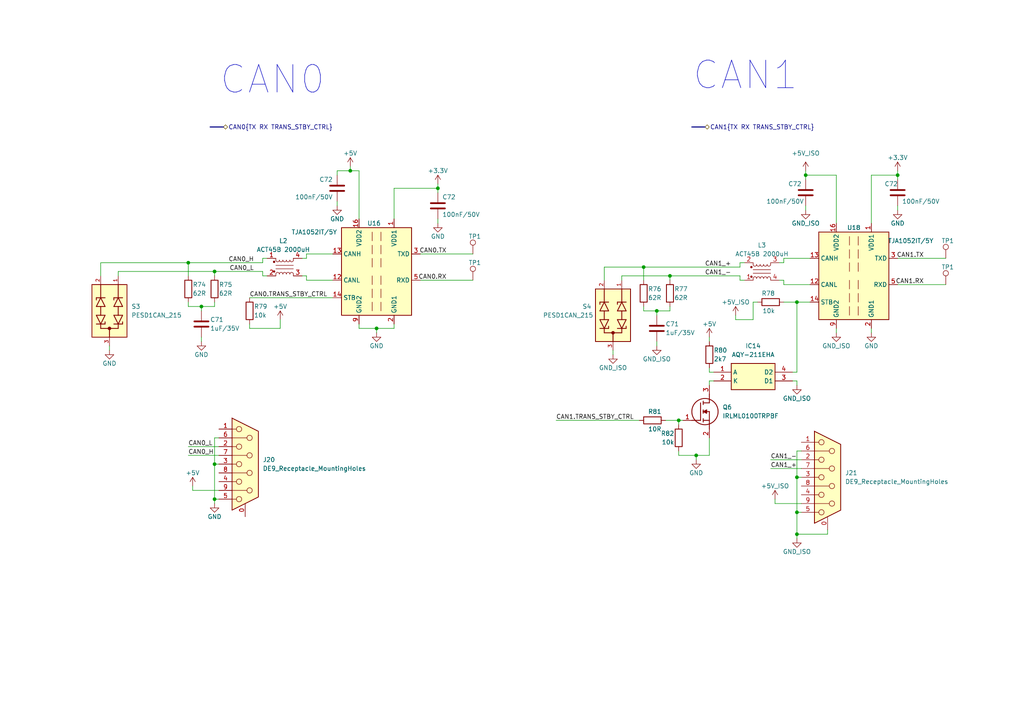
<source format=kicad_sch>
(kicad_sch (version 20230121) (generator eeschema)
  (paper "A4")
  (title_block (title "CAN interface") (date "2023-12-29") (rev "V1.0") (company "Valais Wallis Racing Team") (comment 1 "Bétrisey Mattia"))
  (lib_symbols
    (symbol "+5V_ISO_1" (power) (in_bom no) (on_board no)
      (property "Value" "+5V_ISO_1" (at 0 3.81 0))
      (symbol "+5V_ISO_1_0_1"
        (polyline (pts (xy -0.762 1.27) (xy 0 2.54)))
        (polyline (pts (xy 0 0) (xy 0 2.54)))
        (polyline (pts (xy 0 2.54) (xy 0.762 1.27)))
      )
      (symbol "+5V_ISO_1_1_1"
        (pin power_in line (at 0 0 90) (length 0) hide (name "+5V_ISO") (number "1"))
      )
    )
    (symbol "+5V_ISO_2" (power) (in_bom no) (on_board no)
      (property "Value" "+5V_ISO_2" (at 0 3.81 0))
      (symbol "+5V_ISO_2_0_1"
        (polyline (pts (xy -0.762 1.27) (xy 0 2.54)))
        (polyline (pts (xy 0 0) (xy 0 2.54)))
        (polyline (pts (xy 0 2.54) (xy 0.762 1.27)))
      )
      (symbol "+5V_ISO_2_1_1"
        (pin power_in line (at 0 0 90) (length 0) hide (name "+5V_ISO") (number "1"))
      )
    )
    (symbol "AQY-211EHA:AQY-211EHA"
      (property "Reference" "IC" (at 19.05 7.62 0))
      (property "Value" "AQY-211EHA" (at 19.05 5.08 0))
      (symbol "AQY-211EHA_1_1"
        (rectangle (start 5.08 2.54) (end 17.78 -5.08) (stroke (width 0.254)) (fill (type background)))
        (pin passive line (at 0 0 0) (length 5.08) (name "A") (number "1"))
        (pin passive line (at 0 -2.54 0) (length 5.08) (name "K") (number "2"))
        (pin passive line (at 22.86 -2.54 180) (length 5.08) (name "D1") (number "3"))
        (pin passive line (at 22.86 0 180) (length 5.08) (name "D2") (number "4"))
      )
    )
    (symbol "Connector:DE9_Receptacle_MountingHoles" (pin_names (offset 1.016) hide)
      (property "Reference" "J" (at 0 16.51 0))
      (property "Value" "DE9_Receptacle_MountingHoles" (at 0 14.605 0))
      (symbol "DE9_Receptacle_MountingHoles_0_1"
        (circle (center -1.778 -10.16) (radius 0.762))
        (circle (center -1.778 -5.08) (radius 0.762))
        (circle (center -1.778 0) (radius 0.762))
        (circle (center -1.778 5.08) (radius 0.762))
        (circle (center -1.778 10.16) (radius 0.762))
        (polyline (pts (xy -3.81 -10.16) (xy -2.54 -10.16)))
        (polyline (pts (xy -3.81 -7.62) (xy 0.508 -7.62)))
        (polyline (pts (xy -3.81 -5.08) (xy -2.54 -5.08)))
        (polyline (pts (xy -3.81 -2.54) (xy 0.508 -2.54)))
        (polyline (pts (xy -3.81 0) (xy -2.54 0)))
        (polyline (pts (xy -3.81 2.54) (xy 0.508 2.54)))
        (polyline (pts (xy -3.81 5.08) (xy -2.54 5.08)))
        (polyline (pts (xy -3.81 7.62) (xy 0.508 7.62)))
        (polyline (pts (xy -3.81 10.16) (xy -2.54 10.16)))
        (polyline (pts (xy -3.81 13.335) (xy -3.81 -13.335) (xy 3.81 -9.525) (xy 3.81 9.525) (xy -3.81 13.335)) (stroke (width 0.254)) (fill (type background)))
        (circle (center 1.27 -7.62) (radius 0.762))
        (circle (center 1.27 -2.54) (radius 0.762))
        (circle (center 1.27 2.54) (radius 0.762))
        (circle (center 1.27 7.62) (radius 0.762))
      )
      (symbol "DE9_Receptacle_MountingHoles_1_1"
        (pin passive line (at 0 -15.24 90) (length 3.81) (name "PAD") (number "0"))
        (pin passive line (at -7.62 10.16 0) (length 3.81) (name "1") (number "1"))
        (pin passive line (at -7.62 5.08 0) (length 3.81) (name "2") (number "2"))
        (pin passive line (at -7.62 0 0) (length 3.81) (name "3") (number "3"))
        (pin passive line (at -7.62 -5.08 0) (length 3.81) (name "4") (number "4"))
        (pin passive line (at -7.62 -10.16 0) (length 3.81) (name "5") (number "5"))
        (pin passive line (at -7.62 7.62 0) (length 3.81) (name "6") (number "6"))
        (pin passive line (at -7.62 2.54 0) (length 3.81) (name "7") (number "7"))
        (pin passive line (at -7.62 -2.54 0) (length 3.81) (name "8") (number "8"))
        (pin passive line (at -7.62 -7.62 0) (length 3.81) (name "9") (number "9"))
      )
    )
    (symbol "Connector:TestPoint" (pin_numbers hide) (pin_names (offset 0.762) hide)
      (property "Reference" "TP" (at 0 6.858 0))
      (property "Value" "TestPoint" (at 0 5.08 0))
      (symbol "TestPoint_0_1"
        (circle (center 0 3.302) (radius 0.762))
      )
      (symbol "TestPoint_1_1"
        (pin passive line (at 0 0 90) (length 2.54) (name "1") (number "1"))
      )
    )
    (symbol "Device:C" (pin_numbers hide) (pin_names (offset 0.254))
      (property "Reference" "C" (at 0.635 2.54 0))
      (property "Value" "C" (at 0.635 -2.54 0))
      (symbol "C_0_1"
        (polyline (pts (xy -2.032 -0.762) (xy 2.032 -0.762)) (stroke (width 0.508)))
        (polyline (pts (xy -2.032 0.762) (xy 2.032 0.762)) (stroke (width 0.508)))
      )
      (symbol "C_1_1"
        (pin passive line (at 0 3.81 270) (length 2.794) (name "~") (number "1"))
        (pin passive line (at 0 -3.81 90) (length 2.794) (name "~") (number "2"))
      )
    )
    (symbol "Device:L_Iron_Coupled_1423" (pin_names (offset 0.254) hide)
      (property "Reference" "L" (at 0 4.445 0))
      (property "Value" "L_Iron_Coupled_1423" (at 0 -4.445 0))
      (symbol "L_Iron_Coupled_1423_0_1"
        (circle (center -3.048 -1.27) (radius 0.254) (fill (type outline)))
        (circle (center -3.048 1.524) (radius 0.254) (fill (type outline)))
        (arc (start -2.54 2.032) (mid -2.032 1.5262) (end -1.524 2.032))
        (arc (start -1.524 -2.032) (mid -2.032 -1.5262) (end -2.54 -2.032))
        (arc (start -1.524 2.032) (mid -1.016 1.5262) (end -0.508 2.032))
        (arc (start -0.508 -2.032) (mid -1.016 -1.5262) (end -1.524 -2.032))
        (arc (start -0.508 2.032) (mid 0 1.5262) (end 0.508 2.032))
        (polyline (pts (xy -2.54 -2.032) (xy -2.54 -2.54)))
        (polyline (pts (xy -2.54 0.508) (xy 2.54 0.508)))
        (polyline (pts (xy -2.54 2.032) (xy -2.54 2.54)))
        (polyline (pts (xy 2.54 -2.032) (xy 2.54 -2.54)))
        (polyline (pts (xy 2.54 -0.508) (xy -2.54 -0.508)))
        (polyline (pts (xy 2.54 2.54) (xy 2.54 2.032)))
        (arc (start 0.508 -2.032) (mid 0 -1.5262) (end -0.508 -2.032))
        (arc (start 0.508 2.032) (mid 1.016 1.5262) (end 1.524 2.032))
        (arc (start 1.524 -2.032) (mid 1.016 -1.5262) (end 0.508 -2.032))
        (arc (start 1.524 2.032) (mid 2.032 1.5262) (end 2.54 2.032))
        (arc (start 2.54 -2.032) (mid 2.032 -1.5262) (end 1.524 -2.032))
      )
      (symbol "L_Iron_Coupled_1423_1_1"
        (pin passive line (at -5.08 2.54 0) (length 2.54) (name "1") (number "1"))
        (pin passive line (at -5.08 -2.54 0) (length 2.54) (name "2") (number "2"))
        (pin passive line (at 5.08 -2.54 180) (length 2.54) (name "3") (number "3"))
        (pin passive line (at 5.08 2.54 180) (length 2.54) (name "4") (number "4"))
      )
    )
    (symbol "Device:R" (pin_numbers hide) (pin_names (offset 0))
      (property "Reference" "R" (at 2.032 0 90))
      (property "Value" "R" (at 0 0 90))
      (symbol "R_0_1"
        (rectangle (start -1.016 -2.54) (end 1.016 2.54) (stroke (width 0.254)))
      )
      (symbol "R_1_1"
        (pin passive line (at 0 3.81 270) (length 1.27) (name "~") (number "1"))
        (pin passive line (at 0 -3.81 90) (length 1.27) (name "~") (number "2"))
      )
    )
    (symbol "GND_ISO_1" (power) (in_bom no) (on_board no)
      (property "Value" "GND_ISO_1" (at 0 -3.81 0))
      (symbol "GND_ISO_1_0_1"
        (polyline (pts (xy 0 0) (xy 0 -1.27) (xy 1.27 -1.27) (xy 0 -2.54) (xy -1.27 -1.27) (xy 0 -1.27)))
      )
      (symbol "GND_ISO_1_1_1"
        (pin power_in line (at 0 0 270) (length 0) hide (name "GND_ISO") (number "1"))
      )
    )
    (symbol "IRLML0100TRPBF:IRLML0100TRPBF" (pin_names hide)
      (property "Reference" "Q" (at 11.43 3.81 0))
      (property "Value" "IRLML0100TRPBF" (at 11.43 1.27 0))
      (symbol "IRLML0100TRPBF_1_1"
        (polyline (pts (xy 2.54 0) (xy 5.08 0)) (stroke (width 0.254)))
        (polyline (pts (xy 5.08 5.08) (xy 5.08 0)) (stroke (width 0.254)))
        (polyline (pts (xy 5.842 -0.508) (xy 5.842 0.508)) (stroke (width 0.254)))
        (polyline (pts (xy 5.842 0) (xy 7.62 0)) (stroke (width 0.254)))
        (polyline (pts (xy 5.842 2.032) (xy 5.842 3.048)) (stroke (width 0.254)))
        (polyline (pts (xy 5.842 5.588) (xy 5.842 4.572)) (stroke (width 0.254)))
        (polyline (pts (xy 7.62 2.54) (xy 5.842 2.54)) (stroke (width 0.254)))
        (polyline (pts (xy 7.62 2.54) (xy 7.62 -2.54)) (stroke (width 0.254)))
        (polyline (pts (xy 7.62 5.08) (xy 5.842 5.08)) (stroke (width 0.254)))
        (polyline (pts (xy 7.62 5.08) (xy 7.62 7.62)) (stroke (width 0.254)))
        (polyline (pts (xy 5.842 2.54) (xy 6.858 3.048) (xy 6.858 2.032) (xy 5.842 2.54)) (stroke (width 0.254)) (fill (type outline)))
        (circle (center 6.35 2.54) (radius 3.81) (stroke (width 0.254)))
        (pin passive line (at 0 0 0) (length 2.54) (name "G") (number "1"))
        (pin passive line (at 7.62 -5.08 90) (length 2.54) (name "S") (number "2"))
        (pin passive line (at 7.62 10.16 270) (length 2.54) (name "D") (number "3"))
      )
    )
    (symbol "Interface_CAN_LIN:TJA1052i-5"
      (property "Reference" "U" (at -10.16 13.97 0))
      (property "Value" "TJA1052i-5" (at 17.78 13.97 0))
      (symbol "TJA1052i-5_0_1"
        (rectangle (start -10.16 12.7) (end 10.16 -12.7) (stroke (width 0.254)) (fill (type background)))
        (polyline (pts (xy -1.27 -11.43) (xy -1.27 -8.89)))
        (polyline (pts (xy -1.27 3.81) (xy -1.27 1.27)))
        (polyline (pts (xy -1.27 7.62) (xy -1.27 5.08)))
        (polyline (pts (xy -1.27 11.43) (xy -1.27 8.89)))
        (polyline (pts (xy 1.27 -11.43) (xy 1.27 -8.89)))
        (polyline (pts (xy 1.27 -7.62) (xy 1.27 -5.08)))
        (polyline (pts (xy 1.27 -3.81) (xy 1.27 -1.27)))
        (polyline (pts (xy 1.27 1.27) (xy 1.27 3.81)))
        (polyline (pts (xy 1.27 5.08) (xy 1.27 7.62)))
        (polyline (pts (xy 1.27 8.89) (xy 1.27 11.43)))
        (polyline (pts (xy -1.27 -7.62) (xy -1.27 -6.35) (xy -1.27 -5.08)))
        (polyline (pts (xy -1.27 -3.81) (xy -1.27 -2.54) (xy -1.27 -1.27)))
      )
      (symbol "TJA1052i-5_1_1"
        (pin power_in line (at -5.08 15.24 270) (length 2.54) (name "VDD1") (number "1"))
        (pin passive line (at 5.08 -15.24 90) (length 2.54) hide (name "GND2") (number "10"))
        (pin passive line (at 5.08 15.24 270) (length 2.54) hide (name "VDD2") (number "11"))
        (pin bidirectional line (at 12.7 -2.54 180) (length 2.54) (name "CANL") (number "12"))
        (pin bidirectional line (at 12.7 5.08 180) (length 2.54) (name "CANH") (number "13"))
        (pin input line (at 12.7 -7.62 180) (length 2.54) (name "STB") (number "14"))
        (pin passive line (at 5.08 -15.24 90) (length 2.54) hide (name "GND2") (number "15"))
        (pin power_in line (at 5.08 15.24 270) (length 2.54) (name "VDD2") (number "16"))
        (pin power_in line (at -5.08 -15.24 90) (length 2.54) (name "GND1") (number "2"))
        (pin input line (at -12.7 5.08 0) (length 2.54) (name "TXD") (number "3"))
        (pin no_connect line (at -10.16 -7.62 0) (length 2.54) hide (name "NC") (number "4"))
        (pin output line (at -12.7 -2.54 0) (length 2.54) (name "RXD") (number "5"))
        (pin no_connect line (at -10.16 -10.16 0) (length 2.54) hide (name "NC") (number "6"))
        (pin passive line (at -5.08 -15.24 90) (length 2.54) hide (name "GND1") (number "7"))
        (pin passive line (at -5.08 -15.24 90) (length 2.54) hide (name "GND1") (number "8"))
        (pin power_in line (at 5.08 -15.24 90) (length 2.54) (name "GND2") (number "9"))
      )
    )
    (symbol "PESD1CAN_215:PESD1CAN_215" (pin_names (offset 1.016))
      (property "Reference" "S" (at -7.62 6.35 0))
      (property "Value" "PESD1CAN_215" (at -7.62 -10.16 0))
      (symbol "PESD1CAN_215_0_0"
        (rectangle (start -7.62 -5.08) (end 7.62 5.08) (stroke (width 0.254)) (fill (type background)))
        (polyline (pts (xy -7.62 -2.54) (xy -3.81 -2.54)) (stroke (width 0.254)))
        (polyline (pts (xy -7.62 2.54) (xy -3.81 2.54)) (stroke (width 0.254)))
        (polyline (pts (xy -3.81 -3.81) (xy -3.81 -2.54)) (stroke (width 0.254)))
        (polyline (pts (xy -3.81 -2.54) (xy -3.81 -1.27)) (stroke (width 0.254)))
        (polyline (pts (xy -3.81 -2.54) (xy -1.27 -3.81)) (stroke (width 0.254)))
        (polyline (pts (xy -3.81 1.27) (xy -3.81 2.54)) (stroke (width 0.254)))
        (polyline (pts (xy -3.81 2.54) (xy -3.81 3.81)) (stroke (width 0.254)))
        (polyline (pts (xy -3.81 2.54) (xy -1.27 1.27)) (stroke (width 0.254)))
        (polyline (pts (xy -3.175 -3.81) (xy -3.81 -3.81)) (stroke (width 0.254)))
        (polyline (pts (xy -3.175 1.27) (xy -3.81 1.27)) (stroke (width 0.254)))
        (polyline (pts (xy -1.27 -3.81) (xy -1.27 -2.54)) (stroke (width 0.254)))
        (polyline (pts (xy -1.27 -2.54) (xy -1.27 -1.27)) (stroke (width 0.254)))
        (polyline (pts (xy -1.27 -2.54) (xy 1.27 -2.54)) (stroke (width 0.254)))
        (polyline (pts (xy -1.27 -1.27) (xy -3.81 -2.54)) (stroke (width 0.254)))
        (polyline (pts (xy -1.27 1.27) (xy -1.27 2.54)) (stroke (width 0.254)))
        (polyline (pts (xy -1.27 2.54) (xy -1.27 3.81)) (stroke (width 0.254)))
        (polyline (pts (xy -1.27 2.54) (xy 1.27 2.54)) (stroke (width 0.254)))
        (polyline (pts (xy -1.27 3.81) (xy -3.81 2.54)) (stroke (width 0.254)))
        (polyline (pts (xy 1.27 -3.81) (xy 3.81 -2.54)) (stroke (width 0.254)))
        (polyline (pts (xy 1.27 -2.54) (xy 1.27 -3.81)) (stroke (width 0.254)))
        (polyline (pts (xy 1.27 -1.27) (xy 1.27 -2.54)) (stroke (width 0.254)))
        (polyline (pts (xy 1.27 1.27) (xy 3.81 2.54)) (stroke (width 0.254)))
        (polyline (pts (xy 1.27 2.54) (xy 1.27 1.27)) (stroke (width 0.254)))
        (polyline (pts (xy 1.27 3.81) (xy 1.27 2.54)) (stroke (width 0.254)))
        (polyline (pts (xy 3.175 -1.27) (xy 3.81 -1.27)) (stroke (width 0.254)))
        (polyline (pts (xy 3.175 3.81) (xy 3.81 3.81)) (stroke (width 0.254)))
        (polyline (pts (xy 3.81 -2.54) (xy 1.27 -1.27)) (stroke (width 0.254)))
        (polyline (pts (xy 3.81 -2.54) (xy 3.81 -3.81)) (stroke (width 0.254)))
        (polyline (pts (xy 3.81 -1.27) (xy 3.81 -2.54)) (stroke (width 0.254)))
        (polyline (pts (xy 3.81 2.54) (xy 1.27 3.81)) (stroke (width 0.254)))
        (polyline (pts (xy 3.81 2.54) (xy 3.81 1.27)) (stroke (width 0.254)))
        (polyline (pts (xy 3.81 3.81) (xy 3.81 2.54)) (stroke (width 0.254)))
        (polyline (pts (xy 5.08 -2.54) (xy 3.81 -2.54)) (stroke (width 0.254)))
        (polyline (pts (xy 5.08 0) (xy 5.08 -2.54)) (stroke (width 0.254)))
        (polyline (pts (xy 5.08 0) (xy 7.62 0)) (stroke (width 0.254)))
        (polyline (pts (xy 5.08 2.54) (xy 3.81 2.54)) (stroke (width 0.254)))
        (polyline (pts (xy 5.08 2.54) (xy 5.08 0)) (stroke (width 0.254)))
        (circle (center 5.08 0) (radius 0.254) (stroke (width 0.508)))
        (pin passive line (at -10.16 2.54 0) (length 2.54) (name "~") (number "1"))
        (pin passive line (at -10.16 -2.54 0) (length 2.54) (name "~") (number "2"))
        (pin passive line (at 10.16 0 180) (length 2.54) (name "~") (number "3"))
      )
    )
    (symbol "bmsPower_Symbols:+3V3_0" (power) (in_bom no) (on_board no)
      (property "Value" "+3V3_0" (at 0 3.302 0))
      (symbol "+3V3_0_0_1"
        (polyline (pts (xy -0.762 1.27) (xy 0 2.54)))
        (polyline (pts (xy 0 0) (xy 0 2.54)))
        (polyline (pts (xy 0 2.54) (xy 0.762 1.27)))
      )
      (symbol "+3V3_0_1_1"
        (pin power_in line (at 0 0 90) (length 0) hide (name "+3.3V") (number "1"))
      )
    )
    (symbol "bmsPower_Symbols:GND_0" (power) (in_bom no) (on_board no)
      (property "Value" "GND_0" (at 0 -4.064 0))
      (symbol "GND_0_0_1"
        (polyline (pts (xy 0 0) (xy 0 -1.27) (xy 1.27 -1.27) (xy 0 -2.54) (xy -1.27 -1.27) (xy 0 -1.27)))
      )
      (symbol "GND_0_1_1"
        (pin power_in line (at 0 0 270) (length 0) hide (name "GND") (number "1"))
      )
    )
    (symbol "power:+5V" (power) (pin_names (offset 0))
      (property "Value" "+5V" (at 0 3.556 0))
      (symbol "+5V_0_1"
        (polyline (pts (xy -0.762 1.27) (xy 0 2.54)))
        (polyline (pts (xy 0 0) (xy 0 2.54)))
        (polyline (pts (xy 0 2.54) (xy 0.762 1.27)))
      )
      (symbol "+5V_1_1"
        (pin power_in line (at 0 0 90) (length 0) hide (name "+5V") (number "1"))
      )
    )
  )
  (junction (at 62.23 134.62))
  (junction (at 54.61 76.2))
  (junction (at 109.22 95.25))
  (junction (at 101.6 49.53))
  (junction (at 233.68 50.8))
  (junction (at 58.42 88.9))
  (junction (at 260.35 50.8))
  (junction (at 62.23 78.74))
  (junction (at 186.69 77.47))
  (junction (at 194.31 80.01))
  (junction (at 231.14 154.94))
  (junction (at 231.14 87.63))
  (junction (at 62.23 144.78))
  (junction (at 190.5 90.17))
  (junction (at 127 54.61))
  (junction (at 196.85 121.92))
  (junction (at 201.93 132.08))
  (junction (at 231.14 148.59))
  (junction (at 231.14 138.43))
  (wire (pts (xy 109.22 95.25) (xy 114.3 95.25)))
  (wire (pts (xy 76.2 80.01) (xy 77.47 80.01)))
  (wire (pts (xy 224.79 144.78) (xy 224.79 146.05)))
  (wire (pts (xy 231.14 87.63) (xy 234.95 87.63)))
  (wire (pts (xy 180.34 80.01) (xy 180.34 81.28)))
  (wire (pts (xy 62.23 134.62) (xy 62.23 144.78)))
  (wire (pts (xy 233.68 50.8) (xy 242.57 50.8)))
  (wire (pts (xy 231.14 87.63) (xy 231.14 107.95)))
  (wire (pts (xy 54.61 129.54) (xy 63.5 129.54)))
  (wire (pts (xy 218.44 87.63) (xy 218.44 92.71)))
  (wire (pts (xy 76.2 78.74) (xy 76.2 80.01)))
  (wire (pts (xy 214.63 81.28) (xy 215.9 81.28)))
  (wire (pts (xy 205.74 107.95) (xy 207.01 107.95)))
  (wire (pts (xy 101.6 48.26) (xy 101.6 49.53)))
  (wire (pts (xy 231.14 138.43) (xy 232.41 138.43)))
  (wire (pts (xy 218.44 87.63) (xy 219.71 87.63)))
  (wire (pts (xy 34.29 78.74) (xy 62.23 78.74)))
  (wire (pts (xy 274.32 74.93) (xy 260.35 74.93)))
  (wire (pts (xy 196.85 121.92) (xy 193.04 121.92)))
  (wire (pts (xy 231.14 110.49) (xy 231.14 111.76)))
  (wire (pts (xy 76.2 76.2) (xy 76.2 74.93)))
  (wire (pts (xy 54.61 76.2) (xy 54.61 80.01)))
  (wire (pts (xy 88.9 73.66) (xy 96.52 73.66)))
  (wire (pts (xy 231.14 138.43) (xy 231.14 148.59)))
  (wire (pts (xy 55.88 140.97) (xy 55.88 142.24)))
  (wire (pts (xy 205.74 106.68) (xy 205.74 107.95)))
  (wire (pts (xy 109.22 95.25) (xy 104.14 95.25)))
  (wire (pts (xy 29.21 76.2) (xy 54.61 76.2)))
  (wire (pts (xy 62.23 134.62) (xy 63.5 134.62)))
  (wire (pts (xy 62.23 78.74) (xy 62.23 80.01)))
  (wire (pts (xy 231.14 154.94) (xy 231.14 156.21)))
  (wire (pts (xy 224.79 146.05) (xy 232.41 146.05)))
  (wire (pts (xy 175.26 77.47) (xy 186.69 77.47)))
  (wire (pts (xy 214.63 81.28) (xy 214.63 80.01)))
  (wire (pts (xy 205.74 110.49) (xy 205.74 111.76)))
  (wire (pts (xy 55.88 142.24) (xy 63.5 142.24)))
  (wire (pts (xy 97.79 49.53) (xy 101.6 49.53)))
  (wire (pts (xy 88.9 81.28) (xy 96.52 81.28)))
  (wire (pts (xy 54.61 87.63) (xy 54.61 88.9)))
  (wire (pts (xy 88.9 80.01) (xy 88.9 81.28)))
  (wire (pts (xy 231.14 148.59) (xy 232.41 148.59)))
  (wire (pts (xy 213.36 91.44) (xy 213.36 92.71)))
  (wire (pts (xy 201.93 133.35) (xy 201.93 132.08)))
  (wire (pts (xy 260.35 82.55) (xy 274.32 82.55)))
  (wire (pts (xy 231.14 130.81) (xy 231.14 138.43)))
  (wire (pts (xy 229.87 110.49) (xy 231.14 110.49)))
  (bus (pts (xy 60.96 36.83) (xy 64.77 36.83)))
  (wire (pts (xy 97.79 49.53) (xy 97.79 50.8)))
  (wire (pts (xy 121.92 81.28) (xy 137.16 81.28)))
  (wire (pts (xy 34.29 78.74) (xy 34.29 80.01)))
  (wire (pts (xy 190.5 90.17) (xy 194.31 90.17)))
  (bus (pts (xy 200.66 36.83) (xy 204.47 36.83)))
  (wire (pts (xy 114.3 54.61) (xy 127 54.61)))
  (wire (pts (xy 190.5 90.17) (xy 190.5 91.44)))
  (wire (pts (xy 72.39 86.36) (xy 96.52 86.36)))
  (wire (pts (xy 205.74 110.49) (xy 207.01 110.49)))
  (wire (pts (xy 233.68 50.8) (xy 233.68 52.07)))
  (wire (pts (xy 214.63 76.2) (xy 215.9 76.2)))
  (wire (pts (xy 62.23 127) (xy 63.5 127)))
  (wire (pts (xy 231.14 148.59) (xy 231.14 154.94)))
  (wire (pts (xy 205.74 127) (xy 205.74 132.08)))
  (wire (pts (xy 198.12 121.92) (xy 196.85 121.92)))
  (wire (pts (xy 29.21 76.2) (xy 29.21 80.01)))
  (wire (pts (xy 62.23 87.63) (xy 62.23 88.9)))
  (wire (pts (xy 227.33 74.93) (xy 234.95 74.93)))
  (wire (pts (xy 101.6 49.53) (xy 104.14 49.53)))
  (wire (pts (xy 252.73 50.8) (xy 252.73 64.77)))
  (wire (pts (xy 233.68 49.53) (xy 233.68 50.8)))
  (wire (pts (xy 72.39 95.25) (xy 81.28 95.25)))
  (wire (pts (xy 58.42 88.9) (xy 62.23 88.9)))
  (wire (pts (xy 252.73 96.52) (xy 252.73 95.25)))
  (wire (pts (xy 242.57 96.52) (xy 242.57 95.25)))
  (wire (pts (xy 161.29 121.92) (xy 185.42 121.92)))
  (wire (pts (xy 227.33 81.28) (xy 227.33 82.55)))
  (wire (pts (xy 260.35 49.53) (xy 260.35 50.8)))
  (wire (pts (xy 227.33 76.2) (xy 227.33 74.93)))
  (wire (pts (xy 104.14 95.25) (xy 104.14 93.98)))
  (wire (pts (xy 223.52 135.89) (xy 232.41 135.89)))
  (wire (pts (xy 194.31 88.9) (xy 194.31 90.17)))
  (wire (pts (xy 109.22 95.25) (xy 109.22 96.52)))
  (wire (pts (xy 240.03 153.67) (xy 240.03 154.94)))
  (wire (pts (xy 226.06 76.2) (xy 227.33 76.2)))
  (wire (pts (xy 81.28 92.71) (xy 81.28 95.25)))
  (wire (pts (xy 31.75 101.6) (xy 31.75 100.33)))
  (wire (pts (xy 54.61 76.2) (xy 76.2 76.2)))
  (wire (pts (xy 114.3 93.98) (xy 114.3 95.25)))
  (wire (pts (xy 205.74 97.79) (xy 205.74 99.06)))
  (wire (pts (xy 226.06 81.28) (xy 227.33 81.28)))
  (wire (pts (xy 252.73 50.8) (xy 260.35 50.8)))
  (wire (pts (xy 88.9 73.66) (xy 88.9 74.93)))
  (wire (pts (xy 231.14 154.94) (xy 240.03 154.94)))
  (wire (pts (xy 227.33 82.55) (xy 234.95 82.55)))
  (wire (pts (xy 76.2 74.93) (xy 77.47 74.93)))
  (wire (pts (xy 196.85 121.92) (xy 196.85 123.19)))
  (wire (pts (xy 87.63 74.93) (xy 88.9 74.93)))
  (wire (pts (xy 127 53.34) (xy 127 54.61)))
  (wire (pts (xy 175.26 77.47) (xy 175.26 81.28)))
  (wire (pts (xy 260.35 59.69) (xy 260.35 60.96)))
  (wire (pts (xy 242.57 50.8) (xy 242.57 64.77)))
  (wire (pts (xy 54.61 132.08) (xy 63.5 132.08)))
  (wire (pts (xy 104.14 49.53) (xy 104.14 63.5)))
  (wire (pts (xy 227.33 87.63) (xy 231.14 87.63)))
  (wire (pts (xy 186.69 88.9) (xy 186.69 90.17)))
  (wire (pts (xy 229.87 107.95) (xy 231.14 107.95)))
  (wire (pts (xy 62.23 144.78) (xy 62.23 146.05)))
  (wire (pts (xy 186.69 90.17) (xy 190.5 90.17)))
  (wire (pts (xy 186.69 77.47) (xy 186.69 81.28)))
  (wire (pts (xy 127 54.61) (xy 127 55.88)))
  (wire (pts (xy 62.23 78.74) (xy 76.2 78.74)))
  (wire (pts (xy 190.5 100.33) (xy 190.5 99.06)))
  (wire (pts (xy 180.34 80.01) (xy 194.31 80.01)))
  (wire (pts (xy 231.14 130.81) (xy 232.41 130.81)))
  (wire (pts (xy 58.42 99.06) (xy 58.42 97.79)))
  (wire (pts (xy 58.42 88.9) (xy 58.42 90.17)))
  (wire (pts (xy 121.92 73.66) (xy 137.16 73.66)))
  (wire (pts (xy 223.52 133.35) (xy 232.41 133.35)))
  (wire (pts (xy 196.85 130.81) (xy 196.85 132.08)))
  (wire (pts (xy 186.69 77.47) (xy 214.63 77.47)))
  (wire (pts (xy 114.3 54.61) (xy 114.3 63.5)))
  (wire (pts (xy 205.74 132.08) (xy 201.93 132.08)))
  (wire (pts (xy 213.36 92.71) (xy 218.44 92.71)))
  (wire (pts (xy 62.23 144.78) (xy 63.5 144.78)))
  (wire (pts (xy 87.63 80.01) (xy 88.9 80.01)))
  (wire (pts (xy 54.61 88.9) (xy 58.42 88.9)))
  (wire (pts (xy 72.39 93.98) (xy 72.39 95.25)))
  (wire (pts (xy 214.63 76.2) (xy 214.63 77.47)))
  (wire (pts (xy 177.8 102.87) (xy 177.8 101.6)))
  (wire (pts (xy 233.68 60.96) (xy 233.68 59.69)))
  (wire (pts (xy 97.79 59.69) (xy 97.79 58.42)))
  (wire (pts (xy 194.31 80.01) (xy 214.63 80.01)))
  (wire (pts (xy 194.31 80.01) (xy 194.31 81.28)))
  (wire (pts (xy 201.93 132.08) (xy 196.85 132.08)))
  (wire (pts (xy 127 63.5) (xy 127 64.77)))
  (wire (pts (xy 260.35 50.8) (xy 260.35 52.07)))
  (wire (pts (xy 62.23 127) (xy 62.23 134.62)))
  (text "CAN1" (at 200.66 26.67 0) (effects (font (size 8 8)) (justify left bottom)))
  (text "CAN0" (at 63.5 27.94 0) (effects (font (size 8 8)) (justify left bottom)))
  (label "CAN0_H" (at 54.61 132.08 0))
  (label "CAN0.TRANS_STBY_CTRL" (at 72.39 86.36 0))
  (label "CAN0_L" (at 54.61 129.54 0))
  (label "CAN1_+" (at 212.09 77.47 180))
  (label "CAN1_-" (at 212.09 80.01 180))
  (label "CAN1_+" (at 223.52 135.89 0))
  (label "CAN1_-" (at 223.52 133.35 0))
  (label "CAN1.RX" (at 267.97 82.55 180))
  (label "CAN0_L" (at 73.66 78.74 180))
  (label "CAN0_H" (at 73.66 76.2 180))
  (label "CAN0.TX" (at 129.54 73.66 180))
  (label "CAN1.TRANS_STBY_CTRL" (at 161.29 121.92 0))
  (label "CAN1.TX" (at 267.97 74.93 180))
  (label "CAN0.RX" (at 129.54 81.28 180))
  (hierarchical_label "CAN1{TX RX TRANS_STBY_CTRL}" (shape bidirectional) (at 204.47 36.83 0))
  (hierarchical_label "CAN0{TX RX TRANS_STBY_CTRL}" (shape bidirectional) (at 64.77 36.83 0))
  (symbol (lib_id "bmsPower_Symbols:GND_0") (at 109.22 96.52 0) (mirror y) (unit 1) (in_bom no) (on_board no)
    (property "Reference" "#PWR0162" (effects hide))
    (property "Value" "GND_0" (at 109.22 100.33 0))
  )
  (symbol (lib_id "Device:R") (at 54.61 83.82 0) (unit 1)
    (property "Reference" "R74" (at 55.88 82.55 0) (effects (justify left)))
    (property "Value" "62R" (at 55.88 85.09 0) (effects (justify left)))
    (property "Footprint" "Resistor_SMD:R_0603_1608Metric" (effects hide))
  )
  (symbol (lib_name "GND_ISO_1") (lib_id "bmsPower_Symbols:GND_ISO") (at 177.8 102.87 0) (unit 1) (in_bom no) (on_board no)
    (property "Reference" "#PWR0188" (effects hide))
    (property "Value" "GND_ISO" (at 177.8 106.68 0))
    (instances (project "BMS-Master" (path "" (reference "#PWR0188") (unit 1)) (path "" (reference "#PWR0169") (unit 1))))
  )
  (symbol (lib_name "+5V_ISO_1") (lib_id "bmsPower_Symbols:+5V_ISO") (at 233.68 49.53 0) (unit 1) (in_bom no) (on_board no)
    (property "Reference" "#PWR0153" (effects hide))
    (property "Value" "+5V_ISO" (at 233.68 44.45 0))
  )
  (symbol (lib_name "GND_ISO_1") (lib_id "bmsPower_Symbols:GND_ISO") (at 233.68 60.96 0) (unit 1) (in_bom no) (on_board no)
    (property "Reference" "#PWR0188" (effects hide))
    (property "Value" "GND_ISO" (at 233.68 64.77 0))
    (instances (project "BMS-Master" (path "" (reference "#PWR0188") (unit 1)) (path "" (reference "#PWR0157") (unit 1))))
  )
  (symbol (lib_id "Device:R") (at 194.31 85.09 0) (unit 1)
    (property "Reference" "R77" (at 195.58 83.82 0) (effects (justify left)))
    (property "Value" "62R" (at 195.58 86.36 0) (effects (justify left)))
    (property "Footprint" "Resistor_SMD:R_0603_1608Metric" (effects hide))
  )
  (symbol (lib_id "Device:R") (at 205.74 102.87 0) (unit 1)
    (property "Reference" "R80" (at 207.01 101.6 0) (effects (justify left)))
    (property "Value" "2k7" (at 207.01 104.14 0) (effects (justify left)))
    (property "Footprint" "Resistor_SMD:R_0603_1608Metric" (effects hide))
  )
  (symbol (lib_id "Interface_CAN_LIN:TJA1052i-5") (at 247.65 80.01 0) (mirror y) (unit 1)
    (property "Reference" "U18" (at 247.65 66.04 0))
    (property "Value" "TJA1052IT/5Y" (at 264.16 69.85 0))
    (property "Footprint" "Package_SO:SOIC-16W_7.5x10.3mm_P1.27mm" (effects hide))
    (property "Datasheet" "https://www.nxp.com/docs/en/data-sheet/TJA1052I.pdf" (effects hide))
  )
  (symbol (lib_id "bmsPower_Symbols:GND_0") (at 127 64.77 0) (mirror y) (unit 1) (in_bom no) (on_board no)
    (property "Reference" "#PWR0159" (effects hide))
    (property "Value" "GND_0" (at 127 68.58 0))
  )
  (symbol (lib_id "PESD1CAN_215:PESD1CAN_215") (at 31.75 90.17 270) (unit 1)
    (property "Reference" "S3" (at 38.1 88.9 90) (effects (justify left)))
    (property "Value" "PESD1CAN_215" (at 38.1 91.44 90) (effects (justify left)))
    (property "Footprint" "PESD1CAN:DIO_PESD1CAN_215" (effects hide))
    (property "MF" "NXP Semiconductors" (effects hide))
    (property "DESCRIPTION" "ESD Suppressor Diode TVS Bi-Dir 24V Automotive 3-Pin SOT-23 T/R" (effects hide))
    (property "PACKAGE" "TO-236-3 Nexperia USA Inc." (effects hide))
    (property "PRICE" "None" (effects hide))
    (property "Package" "None" (effects hide))
    (property "Check_prices" "https://www.snapeda.com/parts/PESD1CAN,215/NXP+Semiconductors/view-part/?ref=eda" (effects hide))
    (property "Price" "None" (effects hide))
    (property "SnapEDA_Link" "https://www.snapeda.com/parts/PESD1CAN,215/NXP+Semiconductors/view-part/?ref=snap" (effects hide))
    (property "MP" "PESD1CAN,215" (effects hide))
    (property "Description" "\nNXP ESD protection diode, 24 V 200 W SOT-23-3\n" (effects hide))
    (property "Availability" "Not in stock" (effects hide))
    (property "AVAILABILITY" "In Stock" (effects hide))
    (property "PURCHASE-URL" "https://pricing.snapeda.com/search/part/PESD1CAN,215/?ref=eda" (effects hide))
  )
  (symbol (lib_id "bmsPower_Symbols:GND_0") (at 58.42 99.06 0) (mirror y) (unit 1) (in_bom no) (on_board no)
    (property "Reference" "#PWR0166" (effects hide))
    (property "Value" "GND_0" (at 58.42 102.87 0))
  )
  (symbol (lib_name "GND_ISO_1") (lib_id "bmsPower_Symbols:GND_ISO") (at 231.14 156.21 0) (unit 1) (in_bom no) (on_board no)
    (property "Reference" "#PWR0188" (effects hide))
    (property "Value" "GND_ISO" (at 231.14 160.02 0))
    (instances (project "BMS-Master" (path "" (reference "#PWR0188") (unit 1)) (path "" (reference "#PWR0175") (unit 1))))
  )
  (symbol (lib_id "Interface_CAN_LIN:TJA1052i-5") (at 109.22 78.74 0) (mirror y) (unit 1)
    (property "Reference" "U16" (at 110.49 64.77 0) (effects (justify left)))
    (property "Value" "TJA1052IT/5Y" (at 97.79 67.31 0) (effects (justify left)))
    (property "Footprint" "Package_SO:SOIC-16W_7.5x10.3mm_P1.27mm" (effects hide))
    (property "Datasheet" "https://www.nxp.com/docs/en/data-sheet/TJA1052I.pdf" (effects hide))
  )
  (symbol (lib_id "bmsPower_Symbols:GND_0") (at 62.23 146.05 0) (mirror y) (unit 1) (in_bom no) (on_board no)
    (property "Reference" "#PWR0174" (effects hide))
    (property "Value" "GND_0" (at 62.23 149.86 0))
  )
  (symbol (lib_id "bmsPower_Symbols:GND_0") (at 260.35 60.96 0) (mirror y) (unit 1) (in_bom no) (on_board no)
    (property "Reference" "#PWR0158" (effects hide))
    (property "Value" "GND_0" (at 260.35 64.77 0))
  )
  (symbol (lib_id "Connector:TestPoint") (at 137.16 81.28 0) (unit 1)
    (property "Reference" "TP1" (at 135.89 76.2 0) (effects (justify left)))
    (property "Value" "TestPoint" (effects hide))
    (property "Footprint" "TestPoint:TestPoint_Keystone_5000-5004_Miniature" (effects hide))
    (instances (project "BMS-Master" (path "" (reference "TP1") (unit 1)) (path "" (reference "TP29") (unit 1))))
  )
  (symbol (lib_id "Device:R") (at 62.23 83.82 0) (unit 1)
    (property "Reference" "R75" (at 63.5 82.55 0) (effects (justify left)))
    (property "Value" "62R" (at 63.5 85.09 0) (effects (justify left)))
    (property "Footprint" "Resistor_SMD:R_0603_1608Metric" (effects hide))
  )
  (symbol (lib_id "Device:R") (at 186.69 85.09 0) (unit 1)
    (property "Reference" "R76" (at 187.96 83.82 0) (effects (justify left)))
    (property "Value" "62R" (at 187.96 86.36 0) (effects (justify left)))
    (property "Footprint" "Resistor_SMD:R_0603_1608Metric" (effects hide))
  )
  (symbol (lib_id "Device:C") (at 190.5 95.25 0) (unit 1)
    (property "Reference" "C71" (at 193.04 93.98 0) (effects (justify left)))
    (property "Value" "1uF/35V" (at 193.04 96.52 0) (effects (justify left)))
    (property "Footprint" "Capacitor_SMD:C_0603_1608Metric" (effects hide))
    (instances (project "BMS-Master" (path "" (reference "C71") (unit 1)) (path "" (reference "C92") (unit 1))))
  )
  (symbol (lib_name "GND_ISO_1") (lib_id "bmsPower_Symbols:GND_ISO") (at 231.14 111.76 0) (unit 1) (in_bom no) (on_board no)
    (property "Reference" "#PWR0188" (effects hide))
    (property "Value" "GND_ISO" (at 231.14 115.57 0))
    (instances (project "BMS-Master" (path "" (reference "#PWR0188") (unit 1)) (path "" (reference "#PWR0170") (unit 1))))
  )
  (symbol (lib_id "bmsPower_Symbols:GND_0") (at 252.73 96.52 0) (mirror y) (unit 1) (in_bom no) (on_board no)
    (property "Reference" "#PWR0164" (effects hide))
    (property "Value" "GND_0" (at 252.73 100.33 0))
  )
  (symbol (lib_id "Device:R") (at 223.52 87.63 90) (mirror x) (unit 1)
    (property "Reference" "R78" (at 224.79 85.09 90) (effects (justify left)))
    (property "Value" "10k" (at 224.79 90.17 90) (effects (justify left)))
    (property "Footprint" "Resistor_SMD:R_0603_1608Metric" (effects hide))
  )
  (symbol (lib_id "Device:R") (at 72.39 90.17 0) (unit 1)
    (property "Reference" "R79" (at 73.66 88.9 0) (effects (justify left)))
    (property "Value" "10k" (at 73.66 91.44 0) (effects (justify left)))
    (property "Footprint" "Resistor_SMD:R_0603_1608Metric" (effects hide))
  )
  (symbol (lib_id "bmsPower_Symbols:+3V3_0") (at 127 53.34 0) (unit 1) (in_bom no) (on_board no)
    (property "Reference" "#PWR0155" (effects hide))
    (property "Value" "+3V3_0" (at 127 49.53 0))
  )
  (symbol (lib_id "Device:C") (at 97.79 54.61 180) (unit 1)
    (property "Reference" "C72" (at 96.52 52.07 0) (effects (justify left)))
    (property "Value" "100nF/50V" (at 96.52 57.15 0) (effects (justify left)))
    (property "Footprint" "Capacitor_SMD:C_0603_1608Metric" (effects hide))
    (instances (project "BMS-Master" (path "" (reference "C72") (unit 1)) (path "" (reference "C87") (unit 1))))
  )
  (symbol (lib_id "Connector:TestPoint") (at 137.16 73.66 0) (unit 1)
    (property "Reference" "TP1" (at 135.89 68.58 0) (effects (justify left)))
    (property "Value" "TestPoint" (effects hide))
    (property "Footprint" "TestPoint:TestPoint_Keystone_5000-5004_Miniature" (effects hide))
    (instances (project "BMS-Master" (path "" (reference "TP1") (unit 1)) (path "" (reference "TP27") (unit 1))))
  )
  (symbol (lib_id "power:+5V") (at 101.6 48.26 0) (unit 1)
    (property "Reference" "#PWR0152" (effects hide))
    (property "Value" "+5V" (at 101.6 44.45 0))
  )
  (symbol (lib_id "Connector:TestPoint") (at 274.32 74.93 0) (unit 1)
    (property "Reference" "TP1" (at 273.05 69.85 0) (effects (justify left)))
    (property "Value" "TestPoint" (effects hide))
    (property "Footprint" "TestPoint:TestPoint_Keystone_5000-5004_Miniature" (effects hide))
    (instances (project "BMS-Master" (path "" (reference "TP1") (unit 1)) (path "" (reference "TP28") (unit 1))))
  )
  (symbol (lib_name "+5V_ISO_2") (lib_id "bmsPower_Symbols:+5V_ISO") (at 224.79 144.78 0) (unit 1) (in_bom no) (on_board no)
    (property "Reference" "#PWR0173" (effects hide))
    (property "Value" "+5V_ISO" (at 224.79 140.97 0))
  )
  (symbol (lib_id "power:+5V") (at 205.74 97.79 0) (unit 1)
    (property "Reference" "#PWR0165" (effects hide))
    (property "Value" "+5V" (at 205.74 93.98 0))
  )
  (symbol (lib_name "GND_ISO_1") (lib_id "bmsPower_Symbols:GND_ISO") (at 190.5 100.33 0) (unit 1) (in_bom no) (on_board no)
    (property "Reference" "#PWR0188" (effects hide))
    (property "Value" "GND_ISO" (at 190.5 104.14 0))
    (instances (project "BMS-Master" (path "" (reference "#PWR0188") (unit 1)) (path "" (reference "#PWR0167") (unit 1))))
  )
  (symbol (lib_id "power:+5V") (at 81.28 92.71 0) (unit 1)
    (property "Reference" "#PWR0161" (effects hide))
    (property "Value" "+5V" (at 81.28 88.9 0))
  )
  (symbol (lib_id "PESD1CAN_215:PESD1CAN_215") (at 177.8 91.44 270) (unit 1)
    (property "Reference" "S4" (at 168.91 88.9 90) (effects (justify left)))
    (property "Value" "PESD1CAN_215" (at 157.48 91.44 90) (effects (justify left)))
    (property "Footprint" "PESD1CAN:DIO_PESD1CAN_215" (effects hide))
    (property "MF" "NXP Semiconductors" (effects hide))
    (property "DESCRIPTION" "ESD Suppressor Diode TVS Bi-Dir 24V Automotive 3-Pin SOT-23 T/R" (effects hide))
    (property "PACKAGE" "TO-236-3 Nexperia USA Inc." (effects hide))
    (property "PRICE" "None" (effects hide))
    (property "Package" "None" (effects hide))
    (property "Check_prices" "https://www.snapeda.com/parts/PESD1CAN,215/NXP+Semiconductors/view-part/?ref=eda" (effects hide))
    (property "Price" "None" (effects hide))
    (property "SnapEDA_Link" "https://www.snapeda.com/parts/PESD1CAN,215/NXP+Semiconductors/view-part/?ref=snap" (effects hide))
    (property "MP" "PESD1CAN,215" (effects hide))
    (property "Description" "\nNXP ESD protection diode, 24 V 200 W SOT-23-3\n" (effects hide))
    (property "Availability" "Not in stock" (effects hide))
    (property "AVAILABILITY" "In Stock" (effects hide))
    (property "PURCHASE-URL" "https://pricing.snapeda.com/search/part/PESD1CAN,215/?ref=eda" (effects hide))
  )
  (symbol (lib_id "AQY-211EHA:AQY-211EHA") (at 207.01 107.95 0) (unit 1)
    (property "Reference" "IC14" (at 218.44 100.33 0))
    (property "Value" "AQY-211EHA" (at 218.44 102.87 0))
    (property "Footprint" "AQY211EHA:SOP254P962X315-4N" (effects hide))
    (property "Datasheet" "https://mediap.industry.panasonic.eu/assets/imported/industrial.panasonic.com/ac/cdn/e/control/relay/photomos/catalog/semi_eng_ge1a_aqy21_e.pdf" (effects hide))
    (property "Height" "2.9" (effects hide))
    (property "Manufacturer_Name" "Panasonic" (effects hide))
    (property "Manufacturer_Part_Number" "AQY-211EHA" (effects hide))
    (property "Arrow Part Number" "AQY-211EHA" (effects hide))
    (property "Arrow Price/Stock" "https://www.arrow.com/en/products/aqy211eha/panasonic" (effects hide))
  )
  (symbol (lib_id "bmsPower_Symbols:GND_0") (at 97.79 59.69 0) (mirror y) (unit 1) (in_bom no) (on_board no)
    (property "Reference" "#PWR0156" (effects hide))
    (property "Value" "GND_0" (at 97.79 63.5 0))
  )
  (symbol (lib_id "Device:C") (at 260.35 55.88 0) (mirror x) (unit 1)
    (property "Reference" "C72" (at 256.54 53.34 0) (effects (justify left)))
    (property "Value" "100nF/50V" (at 261.62 58.42 0) (effects (justify left)))
    (property "Footprint" "Capacitor_SMD:C_0603_1608Metric" (effects hide))
    (instances (project "BMS-Master" (path "" (reference "C72") (unit 1)) (path "" (reference "C89") (unit 1))))
  )
  (symbol (lib_id "power:+5V") (at 55.88 140.97 0) (unit 1)
    (property "Reference" "#PWR0172" (effects hide))
    (property "Value" "+5V" (at 55.88 137.16 0))
  )
  (symbol (lib_id "Device:R") (at 189.23 121.92 270) (mirror x) (unit 1)
    (property "Reference" "R81" (at 187.96 119.38 90) (effects (justify left)))
    (property "Value" "10R" (at 187.96 124.46 90) (effects (justify left)))
    (property "Footprint" "Resistor_SMD:R_0603_1608Metric" (effects hide))
  )
  (symbol (lib_id "Device:C") (at 233.68 55.88 0) (mirror x) (unit 1)
    (property "Reference" "C72" (at 228.6 53.34 0) (effects (justify left)))
    (property "Value" "100nF/50V" (at 222.25 58.42 0) (effects (justify left)))
    (property "Footprint" "Capacitor_SMD:C_0603_1608Metric" (effects hide))
    (instances (project "BMS-Master" (path "" (reference "C72") (unit 1)) (path "" (reference "C88") (unit 1))))
  )
  (symbol (lib_id "bmsPower_Symbols:GND_0") (at 31.75 101.6 0) (mirror y) (unit 1) (in_bom no) (on_board no)
    (property "Reference" "#PWR0168" (effects hide))
    (property "Value" "GND_0" (at 31.75 105.41 0))
  )
  (symbol (lib_id "Device:L_Iron_Coupled_1423") (at 220.98 78.74 0) (mirror x) (unit 1)
    (property "Reference" "L3" (at 220.98 71.12 0))
    (property "Value" "ACT45B 2000uH" (at 220.98 73.66 0))
    (property "Footprint" "FS_Passive:ACT45B1012PTL003" (effects hide))
  )
  (symbol (lib_id "Device:R") (at 196.85 127 0) (mirror y) (unit 1)
    (property "Reference" "R82" (at 195.58 125.73 0) (effects (justify left)))
    (property "Value" "10k" (at 195.58 128.27 0) (effects (justify left)))
    (property "Footprint" "Resistor_SMD:R_0603_1608Metric" (effects hide))
  )
  (symbol (lib_id "Device:C") (at 127 59.69 0) (mirror x) (unit 1)
    (property "Reference" "C72" (at 128.27 57.15 0) (effects (justify left)))
    (property "Value" "100nF/50V" (at 128.27 62.23 0) (effects (justify left)))
    (property "Footprint" "Capacitor_SMD:C_0603_1608Metric" (effects hide))
    (instances (project "BMS-Master" (path "" (reference "C72") (unit 1)) (path "" (reference "C90") (unit 1))))
  )
  (symbol (lib_id "bmsPower_Symbols:+3V3_0") (at 260.35 49.53 0) (unit 1) (in_bom no) (on_board no)
    (property "Reference" "#PWR0154" (effects hide))
    (property "Value" "+3V3_0" (at 260.35 45.72 0))
  )
  (symbol (lib_id "IRLML0100TRPBF:IRLML0100TRPBF") (at 198.12 121.92 0) (unit 1)
    (property "Reference" "Q6" (at 209.55 118.11 0) (effects (justify left)))
    (property "Value" "IRLML0100TRPBF" (at 209.55 120.65 0) (effects (justify left)))
    (property "Footprint" "IRLML0100TRPBF:SOT95P237X112-3N" (effects hide))
    (property "Datasheet" "http://www.infineon.com/dgdl/irlml0100pbf.pdf?fileId=5546d462533600a4015356649d9225e8" (effects hide))
    (property "Height" "1.12" (effects hide))
    (property "Manufacturer_Name" "Infineon" (effects hide))
    (property "Manufacturer_Part_Number" "IRLML0100TRPBF" (effects hide))
    (property "Mouser Part Number" "942-IRLML0100TRPBF" (effects hide))
    (property "Mouser Price/Stock" "https://www.mouser.co.uk/ProductDetail/Infineon-Technologies/IRLML0100TRPBF?qs=9%252BKlkBgLFf11XyHQVo8PPw%3D%3D" (effects hide))
    (property "Arrow Part Number" "IRLML0100TRPBF" (effects hide))
    (property "Arrow Price/Stock" "https://www.arrow.com/en/products/irlml0100trpbf/infineon-technologies-ag?region=europe" (effects hide))
  )
  (symbol (lib_name "+5V_ISO_2") (lib_id "bmsPower_Symbols:+5V_ISO") (at 213.36 91.44 0) (unit 1) (in_bom no) (on_board no)
    (property "Reference" "#PWR0160" (effects hide))
    (property "Value" "+5V_ISO" (at 213.36 87.63 0))
  )
  (symbol (lib_id "bmsPower_Symbols:GND_0") (at 201.93 133.35 0) (mirror y) (unit 1) (in_bom no) (on_board no)
    (property "Reference" "#PWR0171" (effects hide))
    (property "Value" "GND_0" (at 201.93 137.16 0))
  )
  (symbol (lib_id "Device:C") (at 58.42 93.98 0) (unit 1)
    (property "Reference" "C71" (at 60.96 92.71 0) (effects (justify left)))
    (property "Value" "1uF/35V" (at 60.96 95.25 0) (effects (justify left)))
    (property "Footprint" "Capacitor_SMD:C_0603_1608Metric" (effects hide))
    (instances (project "BMS-Master" (path "" (reference "C71") (unit 1)) (path "" (reference "C91") (unit 1))))
  )
  (symbol (lib_id "Connector:DE9_Receptacle_MountingHoles") (at 71.12 134.62 0) (unit 1)
    (property "Reference" "J20" (at 76.2 133.35 0) (effects (justify left)))
    (property "Value" "DE9_Receptacle_MountingHoles" (at 76.2 135.89 0) (effects (justify left)))
    (property "Footprint" "FS_Connector:L177TSEH09SOL2RM8" (effects hide))
    (property "Datasheet" " ~" (effects hide))
  )
  (symbol (lib_id "Connector:TestPoint") (at 274.32 82.55 0) (unit 1)
    (property "Reference" "TP1" (at 273.05 77.47 0) (effects (justify left)))
    (property "Value" "TestPoint" (effects hide))
    (property "Footprint" "TestPoint:TestPoint_Keystone_5000-5004_Miniature" (effects hide))
    (instances (project "BMS-Master" (path "" (reference "TP1") (unit 1)) (path "" (reference "TP30") (unit 1))))
  )
  (symbol (lib_name "GND_ISO_1") (lib_id "bmsPower_Symbols:GND_ISO") (at 242.57 96.52 0) (unit 1) (in_bom no) (on_board no)
    (property "Reference" "#PWR0188" (effects hide))
    (property "Value" "GND_ISO" (at 242.57 100.33 0))
    (instances (project "BMS-Master" (path "" (reference "#PWR0188") (unit 1)) (path "" (reference "#PWR0163") (unit 1))))
  )
  (symbol (lib_id "Connector:DE9_Receptacle_MountingHoles") (at 240.03 138.43 0) (unit 1)
    (property "Reference" "J21" (at 245.11 137.16 0) (effects (justify left)))
    (property "Value" "DE9_Receptacle_MountingHoles" (at 245.11 139.7 0) (effects (justify left)))
    (property "Footprint" "FS_Connector:L177TSEH09SOL2RM8" (effects hide))
    (property "Datasheet" " ~" (effects hide))
  )
  (symbol (lib_id "Device:L_Iron_Coupled_1423") (at 82.55 77.47 0) (unit 1)
    (property "Reference" "L2" (at 82.169 69.85 0))
    (property "Value" "ACT45B 2000uH" (at 82.169 72.39 0))
    (property "Footprint" "FS_Passive:ACT45B1012PTL003" (effects hide))
  )
)
</source>
